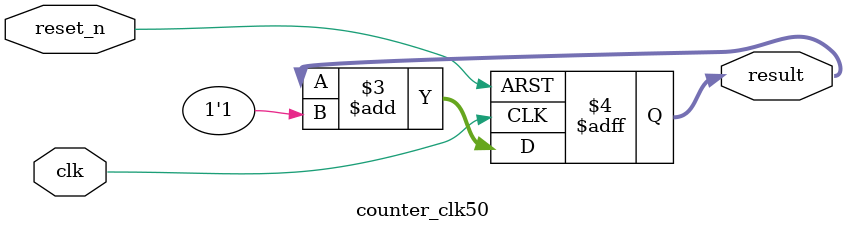
<source format=v>
module counter_clk50 (input clk, input reset_n, output reg[WIDTH-1:0] result);

	parameter WIDTH = 4;
	
	always @(posedge clk, negedge reset_n)
		if (!reset_n) begin
			result <= 30'b0;
		end else begin
			result <= result + 1'b1;
		end
		
endmodule

</source>
